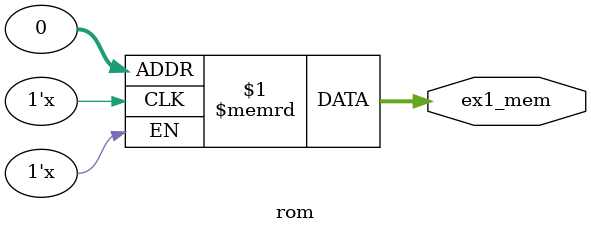
<source format=sv>
module rom(output logic [15:0] ex1_mem);

	logic [15:0] ex1_memory [0:3];

	//$readmemh("ex1.mem", ex1_memory);
	
	assign ex1_mem = ex1_memory[0];
	
endmodule
</source>
